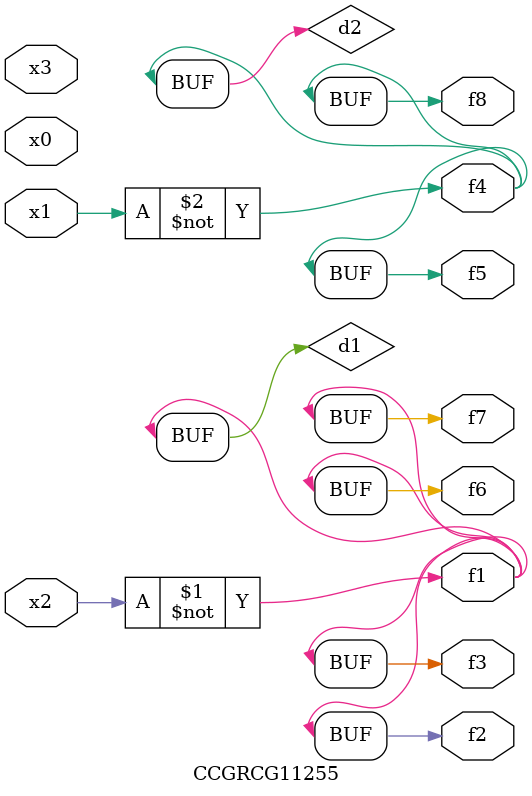
<source format=v>
module CCGRCG11255(
	input x0, x1, x2, x3,
	output f1, f2, f3, f4, f5, f6, f7, f8
);

	wire d1, d2;

	xnor (d1, x2);
	not (d2, x1);
	assign f1 = d1;
	assign f2 = d1;
	assign f3 = d1;
	assign f4 = d2;
	assign f5 = d2;
	assign f6 = d1;
	assign f7 = d1;
	assign f8 = d2;
endmodule

</source>
